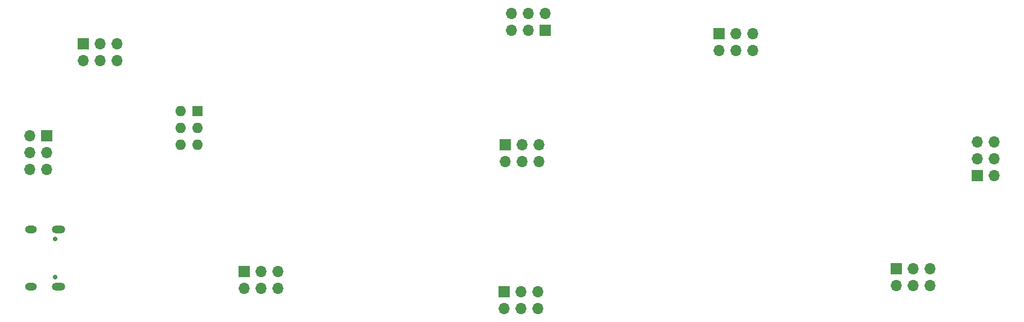
<source format=gbs>
%TF.GenerationSoftware,KiCad,Pcbnew,(6.0.6-0)*%
%TF.CreationDate,2022-08-20T19:49:01-04:00*%
%TF.ProjectId,SAO_Platform,53414f5f-506c-4617-9466-6f726d2e6b69,rev?*%
%TF.SameCoordinates,Original*%
%TF.FileFunction,Soldermask,Bot*%
%TF.FilePolarity,Negative*%
%FSLAX46Y46*%
G04 Gerber Fmt 4.6, Leading zero omitted, Abs format (unit mm)*
G04 Created by KiCad (PCBNEW (6.0.6-0)) date 2022-08-20 19:49:01*
%MOMM*%
%LPD*%
G01*
G04 APERTURE LIST*
%ADD10C,0.700000*%
%ADD11O,2.000000X1.200000*%
%ADD12O,1.800000X1.200000*%
%ADD13R,1.700000X1.700000*%
%ADD14O,1.700000X1.700000*%
%ADD15O,1.600000X1.600000*%
%ADD16R,1.600000X1.600000*%
G04 APERTURE END LIST*
D10*
%TO.C,J1*%
X106248230Y-86542098D03*
X106248230Y-92322098D03*
D11*
X106778230Y-85112098D03*
X106778230Y-93752098D03*
D12*
X102598230Y-85112098D03*
X102598230Y-93752098D03*
%TD*%
D13*
%TO.C,J9*%
X232866142Y-91093078D03*
D14*
X232866142Y-93633078D03*
X235406142Y-91093078D03*
X235406142Y-93633078D03*
X237946142Y-91093078D03*
X237946142Y-93633078D03*
%TD*%
D13*
%TO.C,J5*%
X173819798Y-94565274D03*
D14*
X173819798Y-97105274D03*
X176359798Y-94565274D03*
X176359798Y-97105274D03*
X178899798Y-94565274D03*
X178899798Y-97105274D03*
%TD*%
D13*
%TO.C,J7*%
X134755466Y-91504135D03*
D14*
X134755466Y-94044135D03*
X137295466Y-91504135D03*
X137295466Y-94044135D03*
X139835466Y-91504135D03*
X139835466Y-94044135D03*
%TD*%
D13*
%TO.C,J10*%
X206162458Y-55553506D03*
D14*
X206162458Y-58093506D03*
X208702458Y-55553506D03*
X208702458Y-58093506D03*
X211242458Y-55553506D03*
X211242458Y-58093506D03*
%TD*%
D13*
%TO.C,J4*%
X245065974Y-76985283D03*
D14*
X247605974Y-76985283D03*
X245065974Y-74445283D03*
X247605974Y-74445283D03*
X245065974Y-71905283D03*
X247605974Y-71905283D03*
%TD*%
D13*
%TO.C,J6*%
X110490000Y-57150000D03*
D14*
X110490000Y-59690000D03*
X113030000Y-57150000D03*
X113030000Y-59690000D03*
X115570000Y-57150000D03*
X115570000Y-59690000D03*
%TD*%
D13*
%TO.C,J8*%
X174005000Y-72370000D03*
D14*
X174005000Y-74910000D03*
X176545000Y-72370000D03*
X176545000Y-74910000D03*
X179085000Y-72370000D03*
X179085000Y-74910000D03*
%TD*%
D13*
%TO.C,J3*%
X180008901Y-55047888D03*
D14*
X180008901Y-52507888D03*
X177468901Y-55047888D03*
X177468901Y-52507888D03*
X174928901Y-55047888D03*
X174928901Y-52507888D03*
%TD*%
D13*
%TO.C,J2*%
X105042302Y-71029309D03*
D14*
X102502302Y-71029309D03*
X105042302Y-73569309D03*
X102502302Y-73569309D03*
X105042302Y-76109309D03*
X102502302Y-76109309D03*
%TD*%
D15*
%TO.C,J11*%
X125195027Y-67310000D03*
D16*
X127735027Y-67310000D03*
D15*
X125195027Y-69850000D03*
X127735027Y-69850000D03*
X125195027Y-72390000D03*
X127735027Y-72390000D03*
%TD*%
M02*

</source>
